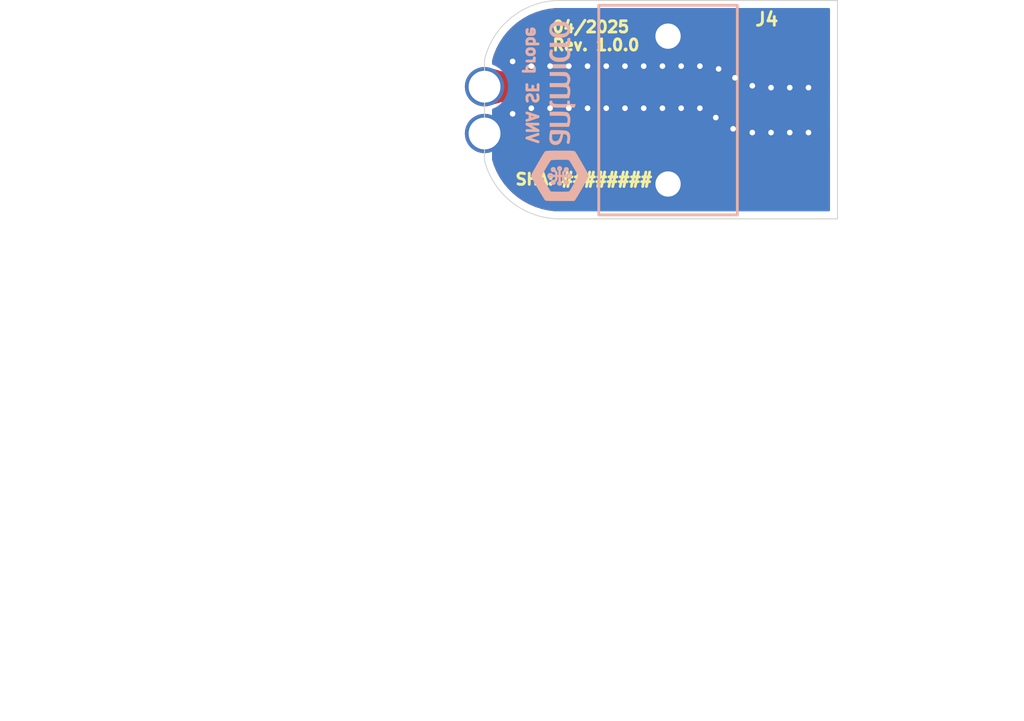
<source format=kicad_pcb>
(kicad_pcb (version 20240108) (generator "pcbnew") (generator_version "8.0")
  (title_block (title "VNA SE probe") (date "2025-04-10") (rev "1.0.0") (company "Antmicro Ltd") (comment 1 "www.antmicro.com"))
  (layers (0 "F.Cu" signal) (1 "In1.Cu" signal) (2 "In2.Cu" signal) (31 "B.Cu" signal) (34 "B.Paste" user) (35 "F.Paste" user) (36 "B.SilkS" user "B.Silkscreen") (37 "F.SilkS" user "F.Silkscreen") (38 "B.Mask" user) (39 "F.Mask" user) (44 "Edge.Cuts" user))
  (net 0 "")
  (net 1 "GND")
  (net 2 "Net-(J2-Pad1)")
  (footprint "antmicro-footprints:Harwin_1x1_H2.4mm_Pad1.7mm_P70-5000045R" (layer "F.Cu") (at 133.5 87.75)
    (property "Reference" "J3" (hide yes))
    (property "Value" "Harwin_1x1_H2.4mm_Pad1.7mm_P70-5000045R")
    (pad "1" thru_hole circle (at 0 0) (size 2.1 2.1) (drill 1.7) (layers "*.Cu" "*.Mask") (net 1 "GND"))
  )
  (footprint "antmicro-footprints:RF_SMA_BoardEdge_RF2-143-T-17-50-G" (layer "F.Cu") (at 154.755 86.56 -90)
    (property "Reference" "J4" (at -4.5 6.88 0) (layer "F.SilkS") (effects (font (size 0.7 0.7)) (justify left bottom)))
    (property "Value" "Conn_SMA_RF2-143-T-17-50-G")
    (pad "1" smd rect (at 0.007 4.955 270) (size 1 4.191) (layers "F.Cu" "F.Paste" "F.Mask") (net 2 "Net-(J2-Pad1)"))
    (pad "2" smd rect (at -2.975 4.955 270) (size 1.45 4.191) (layers "F.Cu" "F.Paste" "F.Mask") (net 1 "GND"))
    (pad "2" smd rect (at -2.975 4.955 270) (size 1.45 4.191) (layers "B.Cu" "B.Paste" "B.Mask") (net 1 "GND"))
    (pad "2" smd rect (at 2.975 4.955 270) (size 1.45 4.191) (layers "F.Cu" "F.Paste" "F.Mask") (net 1 "GND"))
    (pad "2" smd rect (at 2.975 4.955 270) (size 1.45 4.191) (layers "B.Cu" "B.Paste" "B.Mask") (net 1 "GND"))
  )
  (footprint "antmicro-footprints:Harwin_1x1_H2.4mm_Pad1.7mm_P70-5000045R" (layer "B.Cu") (at 133.5 85.25 180)
    (property "Reference" "J2" (hide yes))
    (property "Value" "Harwin_1x1_H2.4mm_Pad1.7mm_P70-5000045R")
    (pad "1" thru_hole circle (at 0 0 180) (size 2.1 2.1) (drill 1.7) (layers "*.Cu" "*.Mask") (net 2 "Net-(J2-Pad1)"))
  )
  (footprint "antmicro-footprints:antmicro-logo_scaled_12mm_silk" (layer "B.Cu") (at 137.479364 86.6 90)
    (property "Reference" "G***" (hide yes))
    (property "Value" "LOGO" (hide yes))
    (fp_line (start -3.419185 -0.372484) (end -3.419185 0.427641) (stroke (width 0.13)) (layer "B.SilkS"))
    (fp_line (start -3.131149 -0.249042) (end -3.234019 -0.146171) (stroke (width 0.13)) (layer "B.SilkS"))
    (fp_line (start -3.707221 -0.249041) (end -3.604351 -0.146171) (stroke (width 0.13)) (layer "B.SilkS"))
    (fp_line (start -3.419185 -0.146171) (end -3.234019 -0.146171) (stroke (width 0.13)) (layer "B.SilkS"))
    (fp_line (start -3.419185 -0.146171) (end -3.604351 -0.146171) (stroke (width 0.13)) (layer "B.SilkS"))
    (fp_line (start -3.388324 0.028708) (end -3.100288 0.028709) (stroke (width 0.13)) (layer "B.SilkS"))
    (fp_line (start -3.450047 0.030967) (end -3.738082 0.030967) (stroke (width 0.13)) (layer "B.SilkS"))
    (fp_line (start -3.419185 0.22416) (end -3.234019 0.22416) (stroke (width 0.13)) (layer "B.SilkS"))
    (fp_line (start -3.419185 0.22416) (end -3.604352 0.22416) (stroke (width 0.13)) (layer "B.SilkS"))
    (fp_line (start -3.131149 0.327029) (end -3.234019 0.22416) (stroke (width 0.13)) (layer "B.SilkS"))
    (fp_line (start -3.707221 0.327029) (end -3.604352 0.22416) (stroke (width 0.13)) (layer "B.SilkS"))
    (fp_circle (center -3.419185 -0.462809) (end -3.324343 -0.462809) (stroke (width 0.13)) (fill none) (layer "B.SilkS"))
    (fp_circle (center -3.079714 -0.310763) (end -3.007705 -0.310763) (stroke (width 0.13)) (fill none) (layer "B.SilkS"))
    (fp_circle (center -3.758656 -0.310763) (end -3.686647 -0.310762) (stroke (width 0.13)) (fill none) (layer "B.SilkS"))
    (fp_circle (center -3.028279 0.028708) (end -2.95627 0.028708) (stroke (width 0.13)) (fill none) (layer "B.SilkS"))
    (fp_circle (center -3.810091 0.030967) (end -3.738082 0.030967) (stroke (width 0.13)) (fill none) (layer "B.SilkS"))
    (fp_circle (center -3.079714 0.388752) (end -3.007705 0.388752) (stroke (width 0.13)) (fill none) (layer "B.SilkS"))
    (fp_circle (center -3.758656 0.388752) (end -3.686647 0.388752) (stroke (width 0.13)) (fill none) (layer "B.SilkS"))
    (fp_circle (center -3.419185 0.522483) (end -3.324343 0.522483) (stroke (width 0.13)) (fill none) (layer "B.SilkS"))
    (fp_poly (pts (xy 2.545059 -0.496343) (xy 2.339319 -0.496342) (xy 2.339319 0.578076) (xy 2.545059 0.578075) (xy 2.545059 -0.496343)) (stroke (width 0.01)) (fill solid) (layer "B.SilkS"))
    (fp_poly (pts (xy 3.924689 0.595002) (xy 3.95906 0.580305) (xy 3.962067 0.572361) (xy 3.949142 0.490816) (xy 3.912586 0.44839) (xy 3.873621 0.441932) (xy 3.801719 0.444017) (xy 3.750925 0.443338) (xy 3.688059 0.440916) (xy 3.688059 -0.496342) (xy 3.482319 -0.496343) (xy 3.48232 0.530584) (xy 3.600767 0.565759) (xy 3.687745 0.585874) (xy 3.778047 0.597586) (xy 3.86069 0.600695) (xy 3.924689 0.595002)) (stroke (width 0.01)) (fill solid) (layer "B.SilkS"))
    (fp_poly (pts (xy -0.267983 0.587771) (xy -0.160564 0.556924) (xy -0.159651 0.55651) (xy -0.106462 0.5295) (xy -0.065874 0.498846) (xy -0.036196 0.458318) (xy -0.015744 0.401689) (xy -0.002829 0.322729) (xy 0.004237 0.215208) (xy 0.00714 0.072901) (xy 0.007601 -0.060867) (xy 0.007601 -0.496343) (xy -0.198139 -0.496342) (xy -0.198139 -0.07852) (xy -0.19898 0.086089) (xy -0.202531 0.210946) (xy -0.210338 0.302009) (xy -0.223945 0.365234) (xy -0.244894 0.406575) (xy -0.27473 0.431986) (xy -0.314999 0.447424) (xy -0.335824 0.45246) (xy -0.405459 0.458637) (xy -0.485412 0.453857) (xy -0.495814 0.452261) (xy -0.586759 0.436897) (xy -0.586759 -0.496342) (xy -0.792499 -0.496343) (xy -0.792499 0.530583) (xy -0.67405 0.56576) (xy -0.541304 0.592488) (xy -0.400422 0.599725) (xy -0.267983 0.587771)) (stroke (width 0.01)) (fill solid) (layer "B.SilkS"))
    (fp_poly (pts (xy 3.244349 0.581186) (xy 3.312241 0.553252) (xy 3.338995 0.510285) (xy 3.327838 0.455374) (xy 3.308495 0.420709) (xy 3.283744 0.410822) (xy 3.237494 0.422006) (xy 3.215386 0.429479) (xy 3.1436 0.447105) (xy 3.084957 0.44057) (xy 3.061346 0.432049) (xy 2.989226 0.390115) (xy 2.939908 0.328269) (xy 2.909376 0.238561) (xy 2.893604 0.113043) (xy 2.892706 0.098626) (xy 2.894717 -0.05662) (xy 2.919128 -0.184487) (xy 2.964475 -0.279655) (xy 3.009251 -0.324932) (xy 3.078716 -0.351875) (xy 3.164787 -0.357736) (xy 3.242943 -0.341405) (xy 3.254262 -0.336032) (xy 3.293309 -0.326612) (xy 3.320888 -0.356552) (xy 3.321339 -0.357389) (xy 3.343398 -0.421448) (xy 3.326149 -0.465391) (xy 3.273168 -0.494107) (xy 3.201782 -0.509434) (xy 3.111912 -0.516511) (xy 3.024185 -0.514778) (xy 2.959226 -0.503673) (xy 2.95654 -0.502709) (xy 2.8559 -0.441782) (xy 2.771734 -0.344405) (xy 2.736947 -0.281447) (xy 2.7089 -0.212066) (xy 2.692223 -0.1421) (xy 2.684284 -0.055856) (xy 2.682442 0.043972) (xy 2.683991 0.150096) (xy 2.690883 0.225964) (xy 2.706084 0.286976) (xy 2.732558 0.348535) (xy 2.746238 0.37536) (xy 2.820539 0.486727) (xy 2.909296 0.557361) (xy 3.019941 0.591471) (xy 3.133989 0.595045) (xy 3.244349 0.581186)) (stroke (width 0.01)) (fill solid) (layer "B.SilkS"))
    (fp_poly (pts (xy 0.41908 0.578075) (xy 0.51052 0.578075) (xy 0.56915 0.575368) (xy 0.595215 0.560692) (xy 0.601815 0.524221) (xy 0.601959 0.509496) (xy 0.598349 0.465522) (xy 0.57878 0.445973) (xy 0.530154 0.441024) (xy 0.51052 0.440916) (xy 0.41908 0.440916) (xy 0.41908 0.091674) (xy 0.420705 -0.064815) (xy 0.426645 -0.181247) (xy 0.438489 -0.263204) (xy 0.457828 -0.31627) (xy 0.486253 -0.346031) (xy 0.525354 -0.358062) (xy 0.547554 -0.359183) (xy 0.586443 -0.364713) (xy 0.599483 -0.390491) (xy 0.597693 -0.433478) (xy 0.587722 -0.484084) (xy 0.561029 -0.506159) (xy 0.51052 -0.513152) (xy 0.432514 -0.507735) (xy 0.361375 -0.487851) (xy 0.319263 -0.464655) (xy 0.28767 -0.433326) (xy 0.265131 -0.387527) (xy 0.25018 -0.320921) (xy 0.241351 -0.227176) (xy 0.237182 -0.099955) (xy 0.236199 0.053372) (xy 0.236199 0.440916) (xy 0.167619 0.440916) (xy 0.119044 0.44658) (xy 0.101139 0.473299) (xy 0.099039 0.509495) (xy 0.104703 0.558071) (xy 0.131423 0.575975) (xy 0.167619 0.578075) (xy 0.206981 0.580228) (xy 0.227373 0.594227) (xy 0.235032 0.631391) (xy 0.236199 0.702457) (xy 0.237774 0.778776) (xy 0.248197 0.822006) (xy 0.276009 0.844774) (xy 0.329756 0.859707) (xy 0.344784 0.862954) (xy 0.41908 0.878888) (xy 0.41908 0.578075)) (stroke (width 0.01)) (fill solid) (layer "B.SilkS"))
    (fp_poly (pts (xy 1.914206 0.573319) (xy 2.01785 0.513577) (xy 2.081688 0.443251) (xy 2.09986 0.41378) (xy 2.113213 0.382892) (xy 2.122487 0.343336) (xy 2.12842 0.287863) (xy 2.131753 0.209221) (xy 2.133226 0.100162) (xy 2.133576 -0.046567) (xy 2.133578 -0.065384) (xy 2.133578 -0.496342) (xy 1.927839 -0.496342) (xy 1.927839 -0.08336) (xy 1.92666 0.051934) (xy 1.923389 0.173302) (xy 1.918422 0.272562) (xy 1.912155 0.341524) (xy 1.905853 0.370703) (xy 1.854119 0.42335) (xy 1.778065 0.450815) (xy 1.692404 0.451721) (xy 1.611848 0.424688) (xy 1.579225 0.401302) (xy 1.565082 0.384103) (xy 1.554681 0.357367) (xy 1.547465 0.314581) (xy 1.542872 0.24924) (xy 1.540349 0.154834) (xy 1.539335 0.024852) (xy 1.53922 -0.065546) (xy 1.53922 -0.496342) (xy 1.33348 -0.496342) (xy 1.33348 -0.07852) (xy 1.332638 0.086089) (xy 1.329087 0.210946) (xy 1.32128 0.302009) (xy 1.307674 0.365234) (xy 1.286725 0.406575) (xy 1.256887 0.431986) (xy 1.216619 0.447424) (xy 1.195794 0.452461) (xy 1.126159 0.458637) (xy 1.046206 0.453858) (xy 1.035801 0.452261) (xy 0.944859 0.436897) (xy 0.944859 -0.496342) (xy 0.739119 -0.496342) (xy 0.739119 0.531078) (xy 0.867607 0.568431) (xy 0.984645 0.591832) (xy 1.108343 0.599014) (xy 1.225164 0.590685) (xy 1.321571 0.567547) (xy 1.370554 0.542254) (xy 1.431952 0.496414) (xy 1.53518 0.548675) (xy 1.66329 0.592718) (xy 1.792826 0.600316) (xy 1.914206 0.573319)) (stroke (width 0.01)) (fill solid) (layer "B.SilkS"))
    (fp_poly (pts (xy 4.536423 0.579677) (xy 4.650408 0.519065) (xy 4.73893 0.42384) (xy 4.761861 0.384376) (xy 4.789332 0.324503) (xy 4.806524 0.267157) (xy 4.815736 0.19868) (xy 4.819271 0.105415) (xy 4.819629 0.041477) (xy 4.817956 -0.072595) (xy 4.811511 -0.154547) (xy 4.798156 -0.217905) (xy 4.775751 -0.27619) (xy 4.766232 -0.296159) (xy 4.701262 -0.399606) (xy 4.621732 -0.466548) (xy 4.517888 -0.50313) (xy 4.420091 -0.514251) (xy 4.327773 -0.51538) (xy 4.262711 -0.505478) (xy 4.207098 -0.481241) (xy 4.191383 -0.471806) (xy 4.104645 -0.406358) (xy 4.043295 -0.330323) (xy 4.00376 -0.235199) (xy 3.982467 -0.11249) (xy 3.977051 0.01329) (xy 4.171874 0.01329) (xy 4.185555 -0.106723) (xy 4.212458 -0.213886) (xy 4.25138 -0.297516) (xy 4.300066 -0.346371) (xy 4.366595 -0.375392) (xy 4.421613 -0.375623) (xy 4.486073 -0.34883) (xy 4.541207 -0.306388) (xy 4.579343 -0.241316) (xy 4.602511 -0.147225) (xy 4.612745 -0.017729) (xy 4.613673 0.052296) (xy 4.608136 0.193962) (xy 4.590108 0.297864) (xy 4.556981 0.370875) (xy 4.506144 0.419871) (xy 4.466377 0.44047) (xy 4.379859 0.453904) (xy 4.298475 0.426753) (xy 4.233953 0.363666) (xy 4.222227 0.343593) (xy 4.189006 0.24913) (xy 4.172623 0.135469) (xy 4.171874 0.01329) (xy 3.977051 0.01329) (xy 3.975863 0.040867) (xy 3.977009 0.154598) (xy 3.982928 0.235235) (xy 3.995483 0.295315) (xy 4.016543 0.347369) (xy 4.023521 0.360905) (xy 4.104265 0.478901) (xy 4.201098 0.555716) (xy 4.31909 0.594541) (xy 4.404794 0.600935) (xy 4.536423 0.579677)) (stroke (width 0.01)) (fill solid) (layer "B.SilkS"))
    (fp_poly (pts (xy -1.270333 0.587326) (xy -1.201897 0.579148) (xy -1.153123 0.562507) (xy -1.11993 0.541729) (xy -1.075531 0.50502) (xy -1.04206 0.464886) (xy -1.017825 0.414328) (xy -1.001137 0.346357) (xy -0.99031 0.25397) (xy -0.98365 0.130178) (xy -0.979465 -0.032016) (xy -0.979309 -0.040374) (xy -0.971807 -0.441656) (xy -1.036458 -0.472641) (xy -1.088556 -0.487746) (xy -1.171427 -0.501169) (xy -1.270129 -0.510694) (xy -1.306849 -0.512749) (xy -1.415778 -0.515537) (xy -1.49207 -0.511449) (xy -1.548485 -0.49904) (xy -1.590975 -0.480533) (xy -1.686321 -0.411672) (xy -1.742573 -0.323219) (xy -1.763672 -0.208504) (xy -1.76378 -0.202591) (xy -1.56974 -0.20259) (xy -1.552135 -0.288557) (xy -1.49919 -0.345824) (xy -1.4107 -0.374531) (xy -1.319627 -0.377337) (xy -1.192549 -0.370613) (xy -1.17957 0.093506) (xy -1.274186 0.072246) (xy -1.407806 0.029529) (xy -1.500288 -0.030259) (xy -1.553593 -0.108944) (xy -1.56974 -0.20259) (xy -1.76378 -0.202591) (xy -1.764049 -0.187732) (xy -1.745149 -0.069119) (xy -1.687832 0.028135) (xy -1.591182 0.104824) (xy -1.454282 0.16174) (xy -1.323994 0.192039) (xy -1.245878 0.207475) (xy -1.202854 0.222775) (xy -1.184683 0.243769) (xy -1.181119 0.273411) (xy -1.199627 0.359011) (xy -1.252465 0.417871) (xy -1.335607 0.448131) (xy -1.445024 0.447932) (xy -1.524019 0.431771) (xy -1.596721 0.413586) (xy -1.638927 0.409276) (xy -1.663798 0.419127) (xy -1.678324 0.435101) (xy -1.702165 0.478543) (xy -1.706899 0.49966) (xy -1.685327 0.532247) (xy -1.625476 0.559239) (xy -1.534639 0.578682) (xy -1.420109 0.588625) (xy -1.371391 0.589505) (xy -1.270333 0.587326)) (stroke (width 0.01)) (fill solid) (layer "B.SilkS"))
    (fp_poly (pts (xy -3.376474 1.572832) (xy -3.307099 1.542532) (xy -3.217139 1.497449) (xy -3.115869 1.442013) (xy -3.10019 1.433029) (xy -2.984574 1.366552) (xy -2.844125 1.286071) (xy -2.693784 1.200132) (xy -2.548491 1.11728) (xy -2.495569 1.087166) (xy -2.379832 1.020081) (xy -2.275942 0.957475) (xy -2.191406 0.904058) (xy -2.13374 0.864546) (xy -2.112663 0.8469) (xy -2.10163 0.83108) (xy -2.092817 0.808058) (xy -2.085978 0.772975) (xy -2.080868 0.720965) (xy -2.077242 0.647169) (xy -2.074853 0.546723) (xy -2.073458 0.414762) (xy -2.072808 0.24643) (xy -2.072659 0.054851) (xy -2.072969 -0.156604) (xy -2.074027 -0.326914) (xy -2.076024 -0.460645) (xy -2.079149 -0.562368) (xy -2.083597 -0.636654) (xy -2.089556 -0.68807) (xy -2.09722 -0.721188) (xy -2.105891 -0.739355) (xy -2.135586 -0.765146) (xy -2.198493 -0.808728) (xy -2.287815 -0.865768) (xy -2.396752 -0.931934) (xy -2.518508 -1.002892) (xy -2.526873 -1.007663) (xy -2.665408 -1.086823) (xy -2.807328 -1.168352) (xy -2.941299 -1.245714) (xy -3.055987 -1.312361) (xy -3.126833 -1.353925) (xy -3.241095 -1.418041) (xy -3.326663 -1.457538) (xy -3.391123 -1.475612) (xy -3.420225 -1.477584) (xy -3.455568 -1.471067) (xy -3.508228 -1.451393) (xy -3.582024 -1.416588) (xy -3.680779 -1.364672) (xy -3.808311 -1.293673) (xy -3.96844 -1.201609) (xy -4.084339 -1.133923) (xy -4.234225 -1.045417) (xy -4.372793 -0.962476) (xy -4.494669 -0.888402) (xy -4.59448 -0.826501) (xy -4.666855 -0.780075) (xy -4.70642 -0.75243) (xy -4.710621 -0.748775) (xy -4.722421 -0.734747) (xy -4.731862 -0.715494) (xy -4.739202 -0.686184) (xy -4.744699 -0.641982) (xy -4.748611 -0.57806) (xy -4.751197 -0.489579) (xy -4.752714 -0.371707) (xy -4.75342 -0.219617) (xy -4.753573 -0.02847) (xy -4.753542 0.054469) (xy -4.266869 0.054469) (xy -4.265951 -0.088796) (xy -4.263593 -0.217181) (xy -4.260051 -0.32341) (xy -4.255584 -0.400208) (xy -4.250453 -0.4403) (xy -4.249157 -0.443643) (xy -4.224056 -0.464093) (xy -4.16651 -0.502424) (xy -4.083999 -0.554237) (xy -3.984003 -0.615139) (xy -3.874001 -0.680728) (xy -3.761475 -0.746607) (xy -3.653904 -0.808379) (xy -3.558766 -0.861646) (xy -3.483544 -0.902012) (xy -3.435715 -0.925077) (xy -3.42397 -0.928787) (xy -3.395268 -0.918323) (xy -3.333727 -0.888029) (xy -3.245848 -0.841374) (xy -3.138132 -0.781824) (xy -3.017078 -0.712844) (xy -2.995094 -0.700112) (xy -2.87241 -0.627482) (xy -2.762823 -0.559945) (xy -2.672763 -0.50168) (xy -2.608659 -0.456865) (xy -2.576941 -0.429679) (xy -2.575328 -0.427294) (xy -2.568719 -0.392671) (xy -2.563126 -0.3212) (xy -2.558631 -0.221742) (xy -2.555319 -0.10316) (xy -2.553271 0.025683) (xy -2.552575 0.155926) (xy -2.553312 0.278704) (xy -2.555566 0.385159) (xy -2.559421 0.466427) (xy -2.564961 0.513646) (xy -2.566395 0.518535) (xy -2.590455 0.541908) (xy -2.647453 0.582469) (xy -2.72998 0.63591) (xy -2.830623 0.697924) (xy -2.941974 0.764201) (xy -3.05662 0.83043) (xy -3.167148 0.892306) (xy -3.266153 0.945518) (xy -3.346218 0.985756) (xy -3.399935 1.008714) (xy -3.41583 1.012415) (xy -3.44834 1.001396) (xy -3.512351 0.971214) (xy -3.600128 0.926179) (xy -3.703938 0.8706) (xy -3.816049 0.808792) (xy -3.928726 0.745063) (xy -4.034238 0.683723) (xy -4.124849 0.629087) (xy -4.192828 0.585464) (xy -4.227214 0.560109) (xy -4.240789 0.544159) (xy -4.25092 0.519116) (xy -4.258089 0.478801) (xy -4.262784 0.417038) (xy -4.265487 0.327648) (xy -4.266684 0.204454) (xy -4.266869 0.054469) (xy -4.753542 0.054469) (xy -4.753541 0.055172) (xy -4.75311 0.815896) (xy -4.698759 0.859305) (xy -4.652789 0.891437) (xy -4.576088 0.939876) (xy -4.474632 1.001246) (xy -4.354403 1.072171) (xy -4.221381 1.149268) (xy -4.081545 1.229163) (xy -3.940877 1.308476) (xy -3.805353 1.383831) (xy -3.680956 1.451848) (xy -3.573668 1.509151) (xy -3.489466 1.55236) (xy -3.434329 1.578098) (xy -3.41599 1.583915) (xy -3.376474 1.572832)) (stroke (width 0.01)) (fill solid) (layer "B.SilkS"))
  )
  (footprint "antmicro-footprints:MP_Terminal_M4_SMD_Horizontal_SMTRAM4-9-7ET" (layer "B.Cu") (at 143.3 86.5 90)
    (property "Reference" "H1" (hide yes))
    (property "Value" "MP_Terminal_M4_SMD_Horizontal_SMTRAM4-9-7ET")
    (fp_rect (start -5.6 3.7) (end 5.6 -3.7) (stroke (width 0.15)) (fill none) (layer "B.SilkS"))
    (pad "" np_thru_hole circle (at -3.95 0 90) (size 1.35 1.35) (drill 1.35) (layers "F&B.Cu" "*.Mask"))
    (pad "" np_thru_hole circle (at 3.95 0 90) (size 1.35 1.35) (drill 1.35) (layers "F&B.Cu" "*.Mask"))
    (pad "1" smd roundrect (at 0 0 90) (size 10.65 6.57) (layers "B.Cu" "B.Paste" "B.Mask") (roundrect_rratio 0.025) (net 1 "GND"))
  )
  (gr_line (start 152.35 80.644248) (end 152.350514 92.31204) (stroke (width 0.05)) (layer "Edge.Cuts"))
  (gr_arc (start 133.5 83.8) (mid 135.025669 81.481604) (end 137.671696 80.644248) (stroke (width 0.05)) (layer "Edge.Cuts"))
  (gr_arc (start 137.674291 92.31204) (mid 135.040847 91.48879) (end 133.500001 89.2) (stroke (width 0.05)) (layer "Edge.Cuts"))
  (gr_line (start 137.674291 92.31204) (end 152.350514 92.31204) (stroke (width 0.05)) (layer "Edge.Cuts"))
  (gr_line (start 133.5 83.8) (end 133.5 89.2) (stroke (width 0.05)) (layer "Edge.Cuts"))
  (gr_line (start 137.671696 80.644248) (end 152.35 80.644248) (stroke (width 0.05)) (layer "Edge.Cuts"))
  (gr_text "VNA SE probe" (at 135.679364 88.35 270) (layer "B.SilkS") (effects (font (size 0.6 0.6)) (justify left bottom mirror)))
  (gr_text "SHA: ########" (at 135.075 90.55 0) (layer "F.SilkS") (effects (font (size 0.6 0.6)) (justify left bottom)))
  (gr_text "04/2025\nRev. 1.0.0" (at 137.05 83.375 0) (layer "F.SilkS") (effects (font (size 0.6 0.6)) (justify left bottom)))
  (via (at 146.775 87.5) (size 0.6) (drill 0.3) (layers "F.Cu" "B.Cu") (net 1))
  (via (at 146.875 84.775) (size 0.6) (drill 0.3) (layers "F.Cu" "B.Cu") (net 1))
  (via (at 150.8 85.3) (size 0.6) (drill 0.3) (layers "F.Cu" "B.Cu") (net 1))
  (via (at 137 84.15) (size 0.6) (drill 0.3) (layers "F.Cu" "B.Cu") (net 1))
  (via (at 140 84.15) (size 0.6) (drill 0.3) (layers "F.Cu" "B.Cu") (net 1))
  (via (at 148.8 87.7) (size 0.6) (drill 0.3) (layers "F.Cu" "B.Cu") (net 1))
  (via (at 135 86.7) (size 0.6) (drill 0.3) (layers "F.Cu" "B.Cu") (net 1))
  (via (at 147.8 87.7) (size 0.6) (drill 0.3) (layers "F.Cu" "B.Cu") (net 1))
  (via (at 142 86.4) (size 0.6) (drill 0.3) (layers "F.Cu" "B.Cu") (net 1))
  (via (at 138 86.4) (size 0.6) (drill 0.3) (layers "F.Cu" "B.Cu") (net 1))
  (via (at 139 84.15) (size 0.6) (drill 0.3) (layers "F.Cu" "B.Cu") (net 1))
  (via (at 136 86.4) (size 0.6) (drill 0.3) (layers "F.Cu" "B.Cu") (net 1))
  (via (at 149.8 85.3) (size 0.6) (drill 0.3) (layers "F.Cu" "B.Cu") (net 1))
  (via (at 138 84.15) (size 0.6) (drill 0.3) (layers "F.Cu" "B.Cu") (net 1))
  (via (at 141 84.15) (size 0.6) (drill 0.3) (layers "F.Cu" "B.Cu") (net 1))
  (via (at 142 84.15) (size 0.6) (drill 0.3) (layers "F.Cu" "B.Cu") (net 1))
  (via (at 135 83.9) (size 0.6) (drill 0.3) (layers "F.Cu" "B.Cu") (net 1))
  (via (at 145.85 86.9) (size 0.6) (drill 0.3) (layers "F.Cu" "B.Cu") (net 1))
  (via (at 143 84.15) (size 0.6) (drill 0.3) (layers "F.Cu" "B.Cu") (net 1))
  (via (at 139 86.4) (size 0.6) (drill 0.3) (layers "F.Cu" "B.Cu") (net 1))
  (via (at 148.8 85.3) (size 0.6) (drill 0.3) (layers "F.Cu" "B.Cu") (net 1))
  (via (at 144 84.15) (size 0.6) (drill 0.3) (layers "F.Cu" "B.Cu") (net 1))
  (via (at 150.8 87.7) (size 0.6) (drill 0.3) (layers "F.Cu" "B.Cu") (net 1))
  (via (at 143 86.4) (size 0.6) (drill 0.3) (layers "F.Cu" "B.Cu") (net 1))
  (via (at 136 84.15) (size 0.6) (drill 0.3) (layers "F.Cu" "B.Cu") (net 1))
  (via (at 145 84.15) (size 0.6) (drill 0.3) (layers "F.Cu" "B.Cu") (net 1))
  (via (at 145 86.4) (size 0.6) (drill 0.3) (layers "F.Cu" "B.Cu") (net 1))
  (via (at 137 86.4) (size 0.6) (drill 0.3) (layers "F.Cu" "B.Cu") (net 1))
  (via (at 141 86.4) (size 0.6) (drill 0.3) (layers "F.Cu" "B.Cu") (net 1))
  (via (at 144 86.4) (size 0.6) (drill 0.3) (layers "F.Cu" "B.Cu") (net 1))
  (via (at 147.8 85.2) (size 0.6) (drill 0.3) (layers "F.Cu" "B.Cu") (net 1))
  (via (at 149.8 87.7) (size 0.6) (drill 0.3) (layers "F.Cu" "B.Cu") (net 1))
  (via (at 146 84.3) (size 0.6) (drill 0.3) (layers "F.Cu" "B.Cu") (net 1))
  (via (at 140 86.4) (size 0.6) (drill 0.3) (layers "F.Cu" "B.Cu") (net 1))
  (segment (start 147.995427 86.567) (end 149.8 86.567) (width 1) (layer "F.Cu") (net 2))
  (segment (start 133.5 85.25) (end 145.021573 85.25) (width 1) (layer "F.Cu") (net 2))
  (segment (start 146.435787 85.835787) (end 146.581214 85.981214) (width 1) (layer "F.Cu") (net 2))
  (arc (start 146.435787 85.835787) (mid 145.78694 85.402241) (end 145.021573 85.25) (width 1) (layer "F.Cu") (net 2))
  (arc (start 146.581214 85.981214) (mid 147.23006 86.414759) (end 147.995427 86.567) (width 1) (layer "F.Cu") (net 2))
  (zone (net 1) (net_name "GND") (layers "F.Cu" "In1.Cu" "In2.Cu" "B.Cu") (connect_pads yes (clearance 0.15)) (min_thickness 0.15) (fill yes (thermal_gap 0.5) (thermal_bridge_width 0.5) (smoothing fillet) (radius 0.5))
    (polygon (pts (xy 133.5 80.7) (xy 152.3 80.7) (xy 152.3 92.3) (xy 133.5 92.3)))
  )
)
</source>
